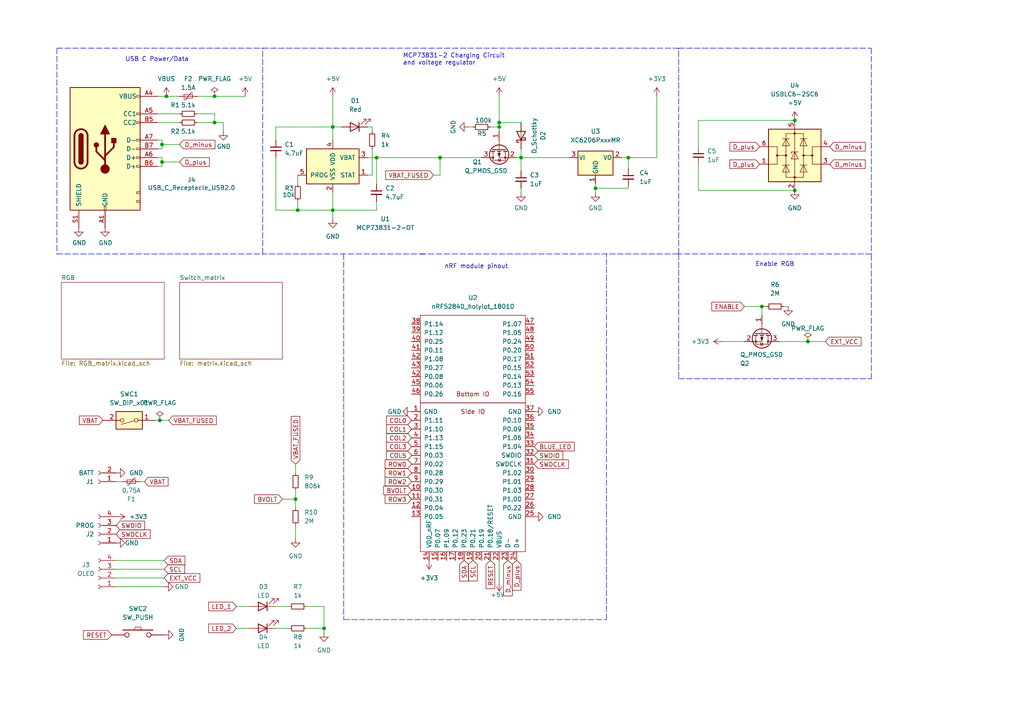
<source format=kicad_sch>
(kicad_sch (version 20211123) (generator eeschema)
  (paper "A4")
  (lib_symbols
    (symbol "Battery_Management:MCP73831-2-OT" (pin_names (offset 1.016))
      (property "Reference" "U" (at -7.62 6.35 0))
      (property "Value" "MCP73831-2-OT" (at 1.27 6.35 0))
      (symbol "MCP73831-2-OT_0_1"
        (rectangle (start -7.62 5.08) (end 7.62 -5.08) (stroke (width 0.254)) (fill (type background)))
      )
      (symbol "MCP73831-2-OT_1_1"
        (pin output line (at 10.16 -2.54 180) (length 2.54) (name "STAT") (number "1"))
        (pin power_in line (at 0 -7.62 90) (length 2.54) (name "VSS") (number "2"))
        (pin power_out line (at 10.16 2.54 180) (length 2.54) (name "VBAT") (number "3"))
        (pin power_in line (at 0 7.62 270) (length 2.54) (name "VDD") (number "4"))
        (pin input line (at -10.16 -2.54 0) (length 2.54) (name "PROG") (number "5"))
      )
    )
    (symbol "Connector:Conn_01x02_Female" (pin_names (offset 1.016) hide)
      (property "Reference" "J" (at 0 2.54 0))
      (property "Value" "Conn_01x02_Female" (at 0 -5.08 0))
      (symbol "Conn_01x02_Female_1_1"
        (arc (start 0 -2.032) (mid -0.508 -2.54) (end 0 -3.048) (stroke (width 0.1524)))
        (polyline (pts (xy -1.27 -2.54) (xy -0.508 -2.54)) (stroke (width 0.1524)))
        (polyline (pts (xy -1.27 0) (xy -0.508 0)) (stroke (width 0.1524)))
        (arc (start 0 0.508) (mid -0.508 0) (end 0 -0.508) (stroke (width 0.1524)))
        (pin passive line (at -5.08 0 0) (length 3.81) (name "Pin_1") (number "1"))
        (pin passive line (at -5.08 -2.54 0) (length 3.81) (name "Pin_2") (number "2"))
      )
    )
    (symbol "Connector:Conn_01x04_Female" (pin_names (offset 1.016) hide)
      (property "Reference" "J" (at 0 5.08 0))
      (property "Value" "Conn_01x04_Female" (at 0 -7.62 0))
      (symbol "Conn_01x04_Female_1_1"
        (arc (start 0 -4.572) (mid -0.508 -5.08) (end 0 -5.588) (stroke (width 0.1524)))
        (arc (start 0 -2.032) (mid -0.508 -2.54) (end 0 -3.048) (stroke (width 0.1524)))
        (polyline (pts (xy -1.27 -5.08) (xy -0.508 -5.08)) (stroke (width 0.1524)))
        (polyline (pts (xy -1.27 -2.54) (xy -0.508 -2.54)) (stroke (width 0.1524)))
        (polyline (pts (xy -1.27 0) (xy -0.508 0)) (stroke (width 0.1524)))
        (polyline (pts (xy -1.27 2.54) (xy -0.508 2.54)) (stroke (width 0.1524)))
        (arc (start 0 0.508) (mid -0.508 0) (end 0 -0.508) (stroke (width 0.1524)))
        (arc (start 0 3.048) (mid -0.508 2.54) (end 0 2.032) (stroke (width 0.1524)))
        (pin passive line (at -5.08 2.54 0) (length 3.81) (name "Pin_1") (number "1"))
        (pin passive line (at -5.08 0 0) (length 3.81) (name "Pin_2") (number "2"))
        (pin passive line (at -5.08 -2.54 0) (length 3.81) (name "Pin_3") (number "3"))
        (pin passive line (at -5.08 -5.08 0) (length 3.81) (name "Pin_4") (number "4"))
      )
    )
    (symbol "Device:C_Small" (pin_numbers hide) (pin_names (offset 0.254) hide)
      (property "Reference" "C" (at 0.254 1.778 0))
      (property "Value" "C_Small" (at 0.254 -2.032 0))
      (symbol "C_Small_0_1"
        (polyline (pts (xy -1.524 -0.508) (xy 1.524 -0.508)) (stroke (width 0.3302)))
        (polyline (pts (xy -1.524 0.508) (xy 1.524 0.508)) (stroke (width 0.3048)))
      )
      (symbol "C_Small_1_1"
        (pin passive line (at 0 2.54 270) (length 2.032) (name "~") (number "1"))
        (pin passive line (at 0 -2.54 90) (length 2.032) (name "~") (number "2"))
      )
    )
    (symbol "Device:D_Schottky" (pin_numbers hide) (pin_names (offset 1.016) hide)
      (property "Reference" "D" (at 0 2.54 0))
      (property "Value" "D_Schottky" (at 0 -2.54 0))
      (symbol "D_Schottky_0_1"
        (polyline (pts (xy 1.27 0) (xy -1.27 0)))
        (polyline (pts (xy 1.27 1.27) (xy 1.27 -1.27) (xy -1.27 0) (xy 1.27 1.27)) (stroke (width 0.254)))
        (polyline (pts (xy -1.905 0.635) (xy -1.905 1.27) (xy -1.27 1.27) (xy -1.27 -1.27) (xy -0.635 -1.27) (xy -0.635 -0.635)) (stroke (width 0.254)))
      )
      (symbol "D_Schottky_1_1"
        (pin passive line (at -3.81 0 0) (length 2.54) (name "K") (number "1"))
        (pin passive line (at 3.81 0 180) (length 2.54) (name "A") (number "2"))
      )
    )
    (symbol "Device:LED" (pin_numbers hide) (pin_names (offset 1.016) hide)
      (property "Reference" "D" (at 0 2.54 0))
      (property "Value" "LED" (at 0 -2.54 0))
      (symbol "LED_0_1"
        (polyline (pts (xy -1.27 -1.27) (xy -1.27 1.27)) (stroke (width 0.254)))
        (polyline (pts (xy -1.27 0) (xy 1.27 0)))
        (polyline (pts (xy 1.27 -1.27) (xy 1.27 1.27) (xy -1.27 0) (xy 1.27 -1.27)) (stroke (width 0.254)))
        (polyline (pts (xy -3.048 -0.762) (xy -4.572 -2.286) (xy -3.81 -2.286) (xy -4.572 -2.286) (xy -4.572 -1.524)))
        (polyline (pts (xy -1.778 -0.762) (xy -3.302 -2.286) (xy -2.54 -2.286) (xy -3.302 -2.286) (xy -3.302 -1.524)))
      )
      (symbol "LED_1_1"
        (pin passive line (at -3.81 0 0) (length 2.54) (name "K") (number "1"))
        (pin passive line (at 3.81 0 180) (length 2.54) (name "A") (number "2"))
      )
    )
    (symbol "Device:Polyfuse_Small" (pin_numbers hide) (pin_names (offset 0))
      (property "Reference" "F" (at -1.905 0 90))
      (property "Value" "Polyfuse_Small" (at 1.905 0 90))
      (symbol "Polyfuse_Small_0_1"
        (rectangle (start -0.508 1.27) (end 0.508 -1.27))
        (polyline (pts (xy 0 2.54) (xy 0 -2.54)))
        (polyline (pts (xy -1.016 1.27) (xy -1.016 0.762) (xy 1.016 -0.762) (xy 1.016 -1.27)))
      )
      (symbol "Polyfuse_Small_1_1"
        (pin passive line (at 0 2.54 270) (length 0.635) (name "~") (number "1"))
        (pin passive line (at 0 -2.54 90) (length 0.635) (name "~") (number "2"))
      )
    )
    (symbol "Device:Q_PMOS_GSD" (pin_names (offset 0) hide)
      (property "Reference" "Q" (at 5.08 1.27 0))
      (property "Value" "Q_PMOS_GSD" (at 5.08 -1.27 0))
      (symbol "Q_PMOS_GSD_0_1"
        (polyline (pts (xy 0.254 0) (xy -2.54 0)))
        (polyline (pts (xy 0.254 1.905) (xy 0.254 -1.905)) (stroke (width 0.254)))
        (polyline (pts (xy 0.762 -1.27) (xy 0.762 -2.286)) (stroke (width 0.254)))
        (polyline (pts (xy 0.762 0.508) (xy 0.762 -0.508)) (stroke (width 0.254)))
        (polyline (pts (xy 0.762 2.286) (xy 0.762 1.27)) (stroke (width 0.254)))
        (polyline (pts (xy 2.54 2.54) (xy 2.54 1.778)))
        (polyline (pts (xy 2.54 -2.54) (xy 2.54 0) (xy 0.762 0)))
        (polyline (pts (xy 0.762 1.778) (xy 3.302 1.778) (xy 3.302 -1.778) (xy 0.762 -1.778)))
        (polyline (pts (xy 2.286 0) (xy 1.27 0.381) (xy 1.27 -0.381) (xy 2.286 0)) (fill (type outline)))
        (polyline (pts (xy 2.794 -0.508) (xy 2.921 -0.381) (xy 3.683 -0.381) (xy 3.81 -0.254)))
        (polyline (pts (xy 3.302 -0.381) (xy 2.921 0.254) (xy 3.683 0.254) (xy 3.302 -0.381)))
        (circle (center 1.651 0) (radius 2.794) (stroke (width 0.254)))
        (circle (center 2.54 -1.778) (radius 0.254) (fill (type outline)))
        (circle (center 2.54 1.778) (radius 0.254) (fill (type outline)))
      )
      (symbol "Q_PMOS_GSD_1_1"
        (pin input line (at -5.08 0 0) (length 2.54) (name "G") (number "1"))
        (pin passive line (at 2.54 -5.08 90) (length 2.54) (name "S") (number "2"))
        (pin passive line (at 2.54 5.08 270) (length 2.54) (name "D") (number "3"))
      )
    )
    (symbol "Device:R_Small" (pin_numbers hide) (pin_names (offset 0.254) hide)
      (property "Reference" "R" (at 0.762 0.508 0))
      (property "Value" "R_Small" (at 0.762 -1.016 0))
      (symbol "R_Small_0_1"
        (rectangle (start -0.762 1.778) (end 0.762 -1.778) (stroke (width 0.2032)))
      )
      (symbol "R_Small_1_1"
        (pin passive line (at 0 2.54 270) (length 0.762) (name "~") (number "1"))
        (pin passive line (at 0 -2.54 90) (length 0.762) (name "~") (number "2"))
      )
    )
    (symbol "Power_Protection:USBLC6-2SC6" (pin_names hide)
      (property "Reference" "U" (at 2.54 8.89 0))
      (property "Value" "USBLC6-2SC6" (at 2.54 -8.89 0))
      (symbol "USBLC6-2SC6_0_1"
        (rectangle (start -7.62 -7.62) (end 7.62 7.62) (stroke (width 0.254)) (fill (type background)))
        (circle (center -5.08 0) (radius 0.254) (fill (type outline)))
        (circle (center -2.54 0) (radius 0.254) (fill (type outline)))
        (rectangle (start -2.54 6.35) (end 2.54 -6.35))
        (circle (center 0 -6.35) (radius 0.254) (fill (type outline)))
        (polyline (pts (xy -5.08 -2.54) (xy -7.62 -2.54)))
        (polyline (pts (xy -5.08 0) (xy -5.08 -2.54)))
        (polyline (pts (xy -5.08 2.54) (xy -7.62 2.54)))
        (polyline (pts (xy -1.524 -2.794) (xy -3.556 -2.794)))
        (polyline (pts (xy -1.524 4.826) (xy -3.556 4.826)))
        (polyline (pts (xy 0 -7.62) (xy 0 -6.35)))
        (polyline (pts (xy 0 -6.35) (xy 0 1.27)))
        (polyline (pts (xy 0 1.27) (xy 0 6.35)))
        (polyline (pts (xy 0 6.35) (xy 0 7.62)))
        (polyline (pts (xy 1.524 -2.794) (xy 3.556 -2.794)))
        (polyline (pts (xy 1.524 4.826) (xy 3.556 4.826)))
        (polyline (pts (xy 5.08 -2.54) (xy 7.62 -2.54)))
        (polyline (pts (xy 5.08 0) (xy 5.08 -2.54)))
        (polyline (pts (xy 5.08 2.54) (xy 7.62 2.54)))
        (polyline (pts (xy -2.54 0) (xy -5.08 0) (xy -5.08 2.54)))
        (polyline (pts (xy 2.54 0) (xy 5.08 0) (xy 5.08 2.54)))
        (polyline (pts (xy -3.556 -4.826) (xy -1.524 -4.826) (xy -2.54 -2.794) (xy -3.556 -4.826)))
        (polyline (pts (xy -3.556 2.794) (xy -1.524 2.794) (xy -2.54 4.826) (xy -3.556 2.794)))
        (polyline (pts (xy -1.016 -1.016) (xy 1.016 -1.016) (xy 0 1.016) (xy -1.016 -1.016)))
        (polyline (pts (xy 1.016 1.016) (xy 0.762 1.016) (xy -1.016 1.016) (xy -1.016 0.508)))
        (polyline (pts (xy 3.556 -4.826) (xy 1.524 -4.826) (xy 2.54 -2.794) (xy 3.556 -4.826)))
        (polyline (pts (xy 3.556 2.794) (xy 1.524 2.794) (xy 2.54 4.826) (xy 3.556 2.794)))
        (circle (center 0 6.35) (radius 0.254) (fill (type outline)))
        (circle (center 2.54 0) (radius 0.254) (fill (type outline)))
        (circle (center 5.08 0) (radius 0.254) (fill (type outline)))
      )
      (symbol "USBLC6-2SC6_1_1"
        (pin passive line (at -10.16 -2.54 0) (length 2.54) (name "I/O1") (number "1"))
        (pin passive line (at 0 -10.16 90) (length 2.54) (name "GND") (number "2"))
        (pin passive line (at 10.16 -2.54 180) (length 2.54) (name "I/O2") (number "3"))
        (pin passive line (at 10.16 2.54 180) (length 2.54) (name "I/O2") (number "4"))
        (pin passive line (at 0 10.16 270) (length 2.54) (name "VBUS") (number "5"))
        (pin passive line (at -10.16 2.54 0) (length 2.54) (name "I/O1") (number "6"))
      )
    )
    (symbol "Regulator_Linear:XC6206PxxxMR" (pin_names (offset 0.254))
      (property "Reference" "U" (at -3.81 3.175 0))
      (property "Value" "XC6206PxxxMR" (at 0 3.175 0))
      (symbol "XC6206PxxxMR_0_1"
        (rectangle (start -5.08 1.905) (end 5.08 -5.08) (stroke (width 0.254)) (fill (type background)))
      )
      (symbol "XC6206PxxxMR_1_1"
        (pin power_in line (at 0 -7.62 90) (length 2.54) (name "GND") (number "1"))
        (pin power_out line (at 7.62 0 180) (length 2.54) (name "VO") (number "2"))
        (pin power_in line (at -7.62 0 0) (length 2.54) (name "VI") (number "3"))
      )
    )
    (symbol "Switch:SW_DIP_x01" (pin_names (offset 0) hide)
      (property "Reference" "SW" (at 0 3.81 0))
      (property "Value" "SW_DIP_x01" (at 0 -3.81 0))
      (symbol "SW_DIP_x01_0_0"
        (circle (center -2.032 0) (radius 0.508))
        (polyline (pts (xy -1.524 0.127) (xy 2.3622 1.1684)))
        (circle (center 2.032 0) (radius 0.508))
      )
      (symbol "SW_DIP_x01_0_1"
        (rectangle (start -3.81 2.54) (end 3.81 -2.54) (stroke (width 0.254)) (fill (type background)))
      )
      (symbol "SW_DIP_x01_1_1"
        (pin passive line (at -7.62 0 0) (length 5.08) (name "~") (number "1"))
        (pin passive line (at 7.62 0 180) (length 5.08) (name "~") (number "2"))
      )
    )
    (symbol "keyboard_parts:SW_PUSH" (pin_numbers hide) (pin_names (offset 1.016) hide)
      (property "Reference" "SW" (at 3.81 2.794 0))
      (property "Value" "SW_PUSH" (at 0 -2.032 0))
      (symbol "SW_PUSH_0_1"
        (rectangle (start -4.318 1.27) (end 4.318 1.524))
        (polyline (pts (xy -1.016 1.524) (xy -0.762 2.286) (xy 0.762 2.286) (xy 1.016 1.524)))
        (pin passive inverted (at -7.62 0 0) (length 5.08) (name "1") (number "1"))
        (pin passive inverted (at 7.62 0 180) (length 5.08) (name "2") (number "2"))
      )
    )
    (symbol "kicad-keyboard-parts:nRF52840_holyiot_18010" (pin_names (offset 1.016))
      (property "Reference" "U" (at -2.54 39.37 0))
      (property "Value" "nRF52840_holyiot_18010" (at 0 36.83 0))
      (symbol "nRF52840_holyiot_18010_0_0"
        (rectangle (start -15.24 8.89) (end 15.24 -34.29))
        (rectangle (start -15.24 8.89) (end 15.24 34.29))
        (text "Bottom IO" (at 0 11.43 0) (effects (font (size 1.27 1.27))))
        (text "Side IO" (at 0 6.35 0) (effects (font (size 1.27 1.27))))
      )
      (symbol "nRF52840_holyiot_18010_1_1"
        (pin power_in line (at -17.78 6.35 0) (length 2.54) (name "GND") (number "1"))
        (pin bidirectional line (at -17.78 -16.51 0) (length 2.54) (name "P0.30") (number "10"))
        (pin bidirectional line (at -17.78 -19.05 0) (length 2.54) (name "P0.31") (number "11"))
        (pin bidirectional line (at -17.78 -21.59 0) (length 2.54) (name "P0.04") (number "12"))
        (pin bidirectional line (at -17.78 -24.13 0) (length 2.54) (name "P0.05") (number "13"))
        (pin power_in line (at -12.7 -36.83 90) (length 2.54) (name "VDD_nRF") (number "14"))
        (pin bidirectional line (at -10.16 -36.83 90) (length 2.54) (name "P0.07") (number "15"))
        (pin bidirectional line (at -7.62 -36.83 90) (length 2.54) (name "P1.09") (number "16"))
        (pin bidirectional line (at -5.08 -36.83 90) (length 2.54) (name "P0.12") (number "17"))
        (pin bidirectional line (at -2.54 -36.83 90) (length 2.54) (name "P0.23") (number "18"))
        (pin bidirectional line (at 0 -36.83 90) (length 2.54) (name "P0.21") (number "19"))
        (pin bidirectional line (at -17.78 3.81 0) (length 2.54) (name "P1.11") (number "2"))
        (pin bidirectional line (at 2.54 -36.83 90) (length 2.54) (name "P0.19") (number "20"))
        (pin input line (at 5.08 -36.83 90) (length 2.54) (name "P0.18/RESET") (number "21"))
        (pin power_in line (at 7.62 -36.83 90) (length 2.54) (name "VBUS") (number "22"))
        (pin bidirectional line (at 10.16 -36.83 90) (length 2.54) (name "D-") (number "23"))
        (pin bidirectional line (at 12.7 -36.83 90) (length 2.54) (name "D+") (number "24"))
        (pin power_in line (at 17.78 -24.13 180) (length 2.54) (name "GND") (number "25"))
        (pin bidirectional line (at 17.78 -21.59 180) (length 2.54) (name "P0.22") (number "26"))
        (pin bidirectional line (at 17.78 -19.05 180) (length 2.54) (name "P1.00") (number "27"))
        (pin bidirectional line (at 17.78 -16.51 180) (length 2.54) (name "P1.03") (number "28"))
        (pin bidirectional line (at 17.78 -13.97 180) (length 2.54) (name "P1.01") (number "29"))
        (pin bidirectional line (at -17.78 1.27 0) (length 2.54) (name "P1.10") (number "3"))
        (pin bidirectional line (at 17.78 -11.43 180) (length 2.54) (name "P1.02") (number "30"))
        (pin bidirectional line (at 17.78 -8.89 180) (length 2.54) (name "SWDCLK") (number "31"))
        (pin bidirectional line (at 17.78 -6.35 180) (length 2.54) (name "SWDIO") (number "32"))
        (pin bidirectional line (at 17.78 -3.81 180) (length 2.54) (name "P1.04") (number "33"))
        (pin bidirectional line (at 17.78 -1.27 180) (length 2.54) (name "P1.06") (number "34"))
        (pin bidirectional line (at 17.78 1.27 180) (length 2.54) (name "P0.09") (number "35"))
        (pin bidirectional line (at 17.78 3.81 180) (length 2.54) (name "P0.10") (number "36"))
        (pin power_in line (at 17.78 6.35 180) (length 2.54) (name "GND") (number "37"))
        (pin bidirectional line (at -17.78 31.75 0) (length 2.54) (name "P1.14") (number "38"))
        (pin bidirectional line (at -17.78 29.21 0) (length 2.54) (name "P1.12") (number "39"))
        (pin bidirectional line (at -17.78 -1.27 0) (length 2.54) (name "P1.13") (number "4"))
        (pin bidirectional line (at -17.78 26.67 0) (length 2.54) (name "P0.25") (number "40"))
        (pin bidirectional line (at -17.78 24.13 0) (length 2.54) (name "P0.11") (number "41"))
        (pin bidirectional line (at -17.78 16.51 0) (length 2.54) (name "P0.08") (number "42"))
        (pin bidirectional line (at -17.78 21.59 0) (length 2.54) (name "P1.08") (number "42"))
        (pin bidirectional line (at -17.78 19.05 0) (length 2.54) (name "P0.27") (number "43"))
        (pin bidirectional line (at -17.78 13.97 0) (length 2.54) (name "P0.06") (number "45"))
        (pin bidirectional line (at -17.78 11.43 0) (length 2.54) (name "P0.26") (number "46"))
        (pin bidirectional line (at 17.78 31.75 180) (length 2.54) (name "P1.07") (number "47"))
        (pin bidirectional line (at 17.78 29.21 180) (length 2.54) (name "P1.05") (number "48"))
        (pin bidirectional line (at 17.78 26.67 180) (length 2.54) (name "P0.24") (number "49"))
        (pin bidirectional line (at -17.78 -3.81 0) (length 2.54) (name "P1.15") (number "5"))
        (pin bidirectional line (at 17.78 24.13 180) (length 2.54) (name "P0.20") (number "50"))
        (pin bidirectional line (at 17.78 21.59 180) (length 2.54) (name "P0.17") (number "51"))
        (pin bidirectional line (at 17.78 19.05 180) (length 2.54) (name "P0.15") (number "52"))
        (pin bidirectional line (at 17.78 16.51 180) (length 2.54) (name "P0.14") (number "53"))
        (pin bidirectional line (at 17.78 13.97 180) (length 2.54) (name "P0.13") (number "54"))
        (pin bidirectional line (at 17.78 11.43 180) (length 2.54) (name "P0.16") (number "55"))
        (pin bidirectional line (at -17.78 -6.35 0) (length 2.54) (name "P0.03") (number "6"))
        (pin bidirectional line (at -17.78 -8.89 0) (length 2.54) (name "P0.02") (number "7"))
        (pin bidirectional line (at -17.78 -11.43 0) (length 2.54) (name "P0.28") (number "8"))
        (pin bidirectional line (at -17.78 -13.97 0) (length 2.54) (name "P0.29") (number "9"))
      )
    )
    (symbol "nightwing-rescue:GND-power-monarch-rescue-butterfly-rescue" (power) (pin_names (offset 0))
      (property "Value" "GND-power-monarch-rescue-butterfly-rescue" (at 0 -3.81 0))
      (symbol "GND-power-monarch-rescue-butterfly-rescue_0_1"
        (polyline (pts (xy 0 0) (xy 0 -1.27) (xy 1.27 -1.27) (xy 0 -2.54) (xy -1.27 -1.27) (xy 0 -1.27)))
      )
      (symbol "GND-power-monarch-rescue-butterfly-rescue_1_1"
        (pin power_in line (at 0 0 270) (length 0) hide (name "GND") (number "1"))
      )
    )
    (symbol "nightwing-rescue:HRO-TYPE-C-31-M-12-HandSoldering-NoSBU-reversible-kicad-symbols" (pin_names (offset 1.016))
      (property "Reference" "J" (at -10.16 19.05 0))
      (property "Value" "HRO-TYPE-C-31-M-12-HandSoldering-NoSBU-reversible-kicad-symbols" (at 19.05 19.05 0))
      (symbol "HRO-TYPE-C-31-M-12-HandSoldering-NoSBU-reversible-kicad-symbols_0_0"
        (rectangle (start -0.254 -17.78) (end 0.254 -16.764))
        (rectangle (start 10.16 -14.986) (end 9.144 -15.494))
        (rectangle (start 10.16 -12.446) (end 9.144 -12.954))
        (rectangle (start 10.16 -4.826) (end 9.144 -5.334))
        (rectangle (start 10.16 -2.286) (end 9.144 -2.794))
        (rectangle (start 10.16 0.254) (end 9.144 -0.254))
        (rectangle (start 10.16 2.794) (end 9.144 2.286))
        (rectangle (start 10.16 7.874) (end 9.144 7.366))
        (rectangle (start 10.16 10.414) (end 9.144 9.906))
        (rectangle (start 10.16 15.494) (end 9.144 14.986))
      )
      (symbol "HRO-TYPE-C-31-M-12-HandSoldering-NoSBU-reversible-kicad-symbols_0_1"
        (rectangle (start -10.16 17.78) (end 10.16 -17.78) (stroke (width 0.254)) (fill (type background)))
        (arc (start -8.89 -3.81) (mid -6.985 -5.715) (end -5.08 -3.81) (stroke (width 0.508)))
        (arc (start -7.62 -3.81) (mid -6.985 -4.445) (end -6.35 -3.81) (stroke (width 0.254)))
        (arc (start -7.62 -3.81) (mid -6.985 -4.445) (end -6.35 -3.81) (stroke (width 0.254)) (fill (type outline)))
        (rectangle (start -7.62 -3.81) (end -6.35 3.81) (stroke (width 0.254)) (fill (type outline)))
        (arc (start -6.35 3.81) (mid -6.985 4.445) (end -7.62 3.81) (stroke (width 0.254)))
        (arc (start -6.35 3.81) (mid -6.985 4.445) (end -7.62 3.81) (stroke (width 0.254)) (fill (type outline)))
        (arc (start -5.08 3.81) (mid -6.985 5.715) (end -8.89 3.81) (stroke (width 0.508)))
        (circle (center -2.54 1.143) (radius 0.635) (stroke (width 0.254)) (fill (type outline)))
        (circle (center 0 -5.842) (radius 1.27) (fill (type outline)))
        (polyline (pts (xy -8.89 -3.81) (xy -8.89 3.81)) (stroke (width 0.508)))
        (polyline (pts (xy -5.08 3.81) (xy -5.08 -3.81)) (stroke (width 0.508)))
        (polyline (pts (xy 0 -5.842) (xy 0 4.318)) (stroke (width 0.508)))
        (polyline (pts (xy 0 -3.302) (xy -2.54 -0.762) (xy -2.54 0.508)) (stroke (width 0.508)))
        (polyline (pts (xy 0 -2.032) (xy 2.54 0.508) (xy 2.54 1.778)) (stroke (width 0.508)))
        (polyline (pts (xy -1.27 4.318) (xy 0 6.858) (xy 1.27 4.318) (xy -1.27 4.318)) (stroke (width 0.254)) (fill (type outline)))
        (rectangle (start 1.905 1.778) (end 3.175 3.048) (stroke (width 0.254)) (fill (type outline)))
      )
      (symbol "HRO-TYPE-C-31-M-12-HandSoldering-NoSBU-reversible-kicad-symbols_1_1"
        (pin power_in line (at 0 -22.86 90) (length 5.08) (name "GND") (number "A1"))
        (pin power_in line (at 15.24 15.24 180) (length 5.08) (name "VBUS") (number "A4"))
        (pin bidirectional line (at 15.24 10.16 180) (length 5.08) (name "CC1") (number "A5"))
        (pin bidirectional line (at 15.24 -2.54 180) (length 5.08) (name "D+") (number "A6"))
        (pin bidirectional line (at 15.24 2.54 180) (length 5.08) (name "D-") (number "A7"))
        (pin passive line (at 0 -22.86 90) (length 5.08) hide (name "GND") (number "B1"))
        (pin passive line (at 15.24 15.24 180) (length 5.08) hide (name "VBUS") (number "B4"))
        (pin bidirectional line (at 15.24 7.62 180) (length 5.08) (name "CC2") (number "B5"))
        (pin bidirectional line (at 15.24 -5.08 180) (length 5.08) (name "D+") (number "B6"))
        (pin bidirectional line (at 15.24 0 180) (length 5.08) (name "D-") (number "B7"))
        (pin passive line (at -7.62 -22.86 90) (length 5.08) (name "SHIELD") (number "S1"))
      )
    )
    (symbol "power:+3.3V" (power) (pin_names (offset 0))
      (property "Value" "+3.3V" (at 0 3.556 0))
      (symbol "+3.3V_0_1"
        (polyline (pts (xy -0.762 1.27) (xy 0 2.54)))
        (polyline (pts (xy 0 0) (xy 0 2.54)))
        (polyline (pts (xy 0 2.54) (xy 0.762 1.27)))
      )
      (symbol "+3.3V_1_1"
        (pin power_in line (at 0 0 90) (length 0) hide (name "+3V3") (number "1"))
      )
    )
    (symbol "power:+3V3" (power) (pin_names (offset 0))
      (property "Value" "+3V3" (at 0 3.556 0))
      (symbol "+3V3_0_1"
        (polyline (pts (xy -0.762 1.27) (xy 0 2.54)))
        (polyline (pts (xy 0 0) (xy 0 2.54)))
        (polyline (pts (xy 0 2.54) (xy 0.762 1.27)))
      )
      (symbol "+3V3_1_1"
        (pin power_in line (at 0 0 90) (length 0) hide (name "+3V3") (number "1"))
      )
    )
    (symbol "power:+5V" (power) (pin_names (offset 0))
      (property "Value" "+5V" (at 0 3.556 0))
      (symbol "+5V_0_1"
        (polyline (pts (xy -0.762 1.27) (xy 0 2.54)))
        (polyline (pts (xy 0 0) (xy 0 2.54)))
        (polyline (pts (xy 0 2.54) (xy 0.762 1.27)))
      )
      (symbol "+5V_1_1"
        (pin power_in line (at 0 0 90) (length 0) hide (name "+5V") (number "1"))
      )
    )
    (symbol "power:GND" (power) (pin_names (offset 0))
      (property "Value" "GND" (at 0 -3.81 0))
      (symbol "GND_0_1"
        (polyline (pts (xy 0 0) (xy 0 -1.27) (xy 1.27 -1.27) (xy 0 -2.54) (xy -1.27 -1.27) (xy 0 -1.27)))
      )
      (symbol "GND_1_1"
        (pin power_in line (at 0 0 270) (length 0) hide (name "GND") (number "1"))
      )
    )
    (symbol "power:PWR_FLAG" (power) (pin_numbers hide) (pin_names (offset 0) hide)
      (property "Value" "PWR_FLAG" (at 0 3.81 0))
      (symbol "PWR_FLAG_0_0"
        (pin power_out line (at 0 0 90) (length 0) (name "pwr") (number "1"))
      )
      (symbol "PWR_FLAG_0_1"
        (polyline (pts (xy 0 0) (xy 0 1.27) (xy -1.016 1.905) (xy 0 2.54) (xy 1.016 1.905) (xy 0 1.27)))
      )
    )
    (symbol "power:VBUS" (power) (pin_names (offset 0))
      (property "Value" "VBUS" (at 0 3.81 0))
      (symbol "VBUS_0_1"
        (polyline (pts (xy -0.762 1.27) (xy 0 2.54)))
        (polyline (pts (xy 0 0) (xy 0 2.54)))
        (polyline (pts (xy 0 2.54) (xy 0.762 1.27)))
      )
      (symbol "VBUS_1_1"
        (pin power_in line (at 0 0 90) (length 0) hide (name "VBUS") (number "1"))
      )
    )
  )
  (junction (at 230.505 55.245) (diameter 0.9144))
  (junction (at 96.52 60.96) (diameter 0.9144))
  (junction (at 46.355 121.92) (diameter 0.9144))
  (junction (at 85.725 144.78) (diameter 0.9144))
  (junction (at 234.315 99.06) (diameter 0.9144))
  (junction (at 62.23 35.56) (diameter 0.9144))
  (junction (at 48.26 27.94) (diameter 0.9144))
  (junction (at 230.505 34.925) (diameter 0.9144))
  (junction (at 86.36 60.96) (diameter 0.9144))
  (junction (at 109.22 45.72) (diameter 0.9144))
  (junction (at 93.98 182.245) (diameter 0.9144))
  (junction (at 144.78 36.83) (diameter 0.9144))
  (junction (at 172.72 54.61) (diameter 0.9144))
  (junction (at 46.99 46.99) (diameter 0.9144))
  (junction (at 220.98 88.9) (diameter 0.9144))
  (junction (at 46.99 41.91) (diameter 0.9144))
  (junction (at 151.13 45.72) (diameter 0.9144))
  (junction (at 127.635 45.72) (diameter 0.9144))
  (junction (at 62.23 27.94) (diameter 0.9144))
  (junction (at 96.52 36.83) (diameter 0.9144))
  (junction (at 182.245 45.72) (diameter 0.9144))
  (junction (at 144.78 35.56) (diameter 0.9144))
  (wire (pts (xy 57.15 27.94) (xy 62.23 27.94)))
  (wire (pts (xy 45.72 27.94) (xy 48.26 27.94)))
  (wire (pts (xy 80.01 45.72) (xy 80.01 60.96)))
  (wire (pts (xy 80.01 60.96) (xy 86.36 60.96)))
  (wire (pts (xy 64.77 38.1) (xy 64.77 35.56)))
  (wire (pts (xy 46.99 43.18) (xy 45.72 43.18)))
  (wire (pts (xy 33.655 162.56) (xy 47.625 162.56)))
  (wire (pts (xy 125.73 50.8) (xy 127.635 50.8)))
  (wire (pts (xy 144.78 27.94) (xy 144.78 35.56)))
  (wire (pts (xy 144.78 35.56) (xy 144.78 36.83)))
  (wire (pts (xy 144.78 36.83) (xy 144.78 38.1)))
  (wire (pts (xy 151.13 49.53) (xy 151.13 45.72)))
  (wire (pts (xy 80.01 175.895) (xy 83.82 175.895)))
  (wire (pts (xy 96.52 60.96) (xy 96.52 63.5)))
  (wire (pts (xy 80.01 36.83) (xy 96.52 36.83)))
  (wire (pts (xy 96.52 27.94) (xy 96.52 36.83)))
  (wire (pts (xy 96.52 36.83) (xy 96.52 40.64)))
  (wire (pts (xy 62.23 33.02) (xy 62.23 35.56)))
  (wire (pts (xy 151.13 43.18) (xy 151.13 45.72)))
  (wire (pts (xy 137.16 36.83) (xy 135.89 36.83)))
  (wire (pts (xy 46.99 46.99) (xy 46.99 48.26)))
  (polyline (pts (xy 196.85 73.66) (xy 196.85 109.855)) (stroke (width 0) (type dash)))
  (polyline (pts (xy 196.85 109.855) (xy 252.73 109.855)) (stroke (width 0) (type dash)))
  (polyline (pts (xy 252.73 109.855) (xy 252.73 73.66)) (stroke (width 0) (type dash)))
  (wire (pts (xy 35.56 139.7) (xy 33.655 139.7)))
  (wire (pts (xy 85.725 134.62) (xy 85.725 137.16)))
  (wire (pts (xy 106.68 45.72) (xy 109.22 45.72)))
  (wire (pts (xy 45.72 35.56) (xy 52.07 35.56)))
  (wire (pts (xy 33.655 170.18) (xy 47.625 170.18)))
  (wire (pts (xy 182.245 45.72) (xy 182.245 48.895)))
  (wire (pts (xy 109.22 45.72) (xy 109.22 53.34)))
  (wire (pts (xy 239.395 99.06) (xy 234.315 99.06)))
  (wire (pts (xy 209.55 99.06) (xy 215.9 99.06)))
  (wire (pts (xy 46.99 40.64) (xy 46.99 41.91)))
  (wire (pts (xy 106.68 36.83) (xy 107.95 36.83)))
  (wire (pts (xy 107.95 36.83) (xy 107.95 38.1)))
  (wire (pts (xy 68.58 182.245) (xy 72.39 182.245)))
  (wire (pts (xy 215.9 88.9) (xy 220.98 88.9)))
  (wire (pts (xy 46.99 41.91) (xy 46.99 43.18)))
  (wire (pts (xy 80.01 182.245) (xy 83.82 182.245)))
  (wire (pts (xy 142.24 36.83) (xy 144.78 36.83)))
  (wire (pts (xy 96.52 55.88) (xy 96.52 60.96)))
  (wire (pts (xy 202.565 34.925) (xy 230.505 34.925)))
  (wire (pts (xy 202.565 42.545) (xy 202.565 34.925)))
  (wire (pts (xy 151.13 54.61) (xy 151.13 55.88)))
  (wire (pts (xy 46.99 45.72) (xy 46.99 46.99)))
  (polyline (pts (xy 99.695 73.66) (xy 99.695 179.705)) (stroke (width 0) (type dash)))
  (polyline (pts (xy 99.695 179.705) (xy 175.895 179.705)) (stroke (width 0) (type dash)))
  (polyline (pts (xy 175.895 179.705) (xy 175.895 73.66)) (stroke (width 0) (type dash)))
  (polyline (pts (xy 16.51 13.97) (xy 16.51 73.66)) (stroke (width 0) (type dash)))
  (polyline (pts (xy 16.51 13.97) (xy 76.2 13.97)) (stroke (width 0) (type dash)))
  (polyline (pts (xy 16.51 73.66) (xy 76.2 73.66)) (stroke (width 0) (type dash)))
  (polyline (pts (xy 76.2 73.66) (xy 76.2 13.97)) (stroke (width 0) (type dash)))
  (wire (pts (xy 226.06 99.06) (xy 234.315 99.06)))
  (wire (pts (xy 151.13 35.56) (xy 144.78 35.56)))
  (wire (pts (xy 86.36 50.8) (xy 86.36 53.34)))
  (wire (pts (xy 85.725 152.4) (xy 85.725 156.21)))
  (wire (pts (xy 86.36 60.96) (xy 96.52 60.96)))
  (wire (pts (xy 62.23 27.94) (xy 71.12 27.94)))
  (wire (pts (xy 57.15 35.56) (xy 62.23 35.56)))
  (wire (pts (xy 182.245 45.72) (xy 180.34 45.72)))
  (wire (pts (xy 190.5 45.72) (xy 182.245 45.72)))
  (wire (pts (xy 45.72 48.26) (xy 46.99 48.26)))
  (wire (pts (xy 46.99 41.91) (xy 52.07 41.91)))
  (wire (pts (xy 220.98 91.44) (xy 220.98 88.9)))
  (wire (pts (xy 45.72 45.72) (xy 46.99 45.72)))
  (wire (pts (xy 46.99 46.99) (xy 52.07 46.99)))
  (wire (pts (xy 88.9 182.245) (xy 93.98 182.245)))
  (wire (pts (xy 93.98 175.895) (xy 93.98 182.245)))
  (wire (pts (xy 88.9 175.895) (xy 93.98 175.895)))
  (wire (pts (xy 228.6 88.9) (xy 227.33 88.9)))
  (wire (pts (xy 127.635 50.8) (xy 127.635 45.72)))
  (wire (pts (xy 109.22 58.42) (xy 109.22 60.96)))
  (wire (pts (xy 109.22 60.96) (xy 96.52 60.96)))
  (polyline (pts (xy 76.2 13.97) (xy 123.19 13.97)) (stroke (width 0) (type dash)))
  (polyline (pts (xy 123.19 73.66) (xy 76.2 73.66)) (stroke (width 0) (type dash)))
  (wire (pts (xy 48.26 27.94) (xy 52.07 27.94)))
  (wire (pts (xy 107.95 43.18) (xy 107.95 50.8)))
  (wire (pts (xy 107.95 50.8) (xy 106.68 50.8)))
  (wire (pts (xy 202.565 47.625) (xy 202.565 55.245)))
  (wire (pts (xy 202.565 55.245) (xy 230.505 55.245)))
  (wire (pts (xy 85.725 144.78) (xy 85.725 147.32)))
  (wire (pts (xy 85.725 142.24) (xy 85.725 144.78)))
  (wire (pts (xy 85.725 144.78) (xy 81.915 144.78)))
  (wire (pts (xy 172.72 53.34) (xy 172.72 54.61)))
  (wire (pts (xy 172.72 54.61) (xy 172.72 55.88)))
  (polyline (pts (xy 196.85 13.97) (xy 252.73 13.97)) (stroke (width 0) (type dash)))
  (polyline (pts (xy 252.73 13.97) (xy 252.73 73.66)) (stroke (width 0) (type dash)))
  (polyline (pts (xy 252.73 73.66) (xy 196.85 73.66)) (stroke (width 0) (type dash)))
  (wire (pts (xy 33.655 167.64) (xy 47.625 167.64)))
  (wire (pts (xy 62.23 35.56) (xy 64.77 35.56)))
  (wire (pts (xy 93.98 182.245) (xy 93.98 183.515)))
  (wire (pts (xy 68.58 175.895) (xy 72.39 175.895)))
  (wire (pts (xy 45.72 40.64) (xy 46.99 40.64)))
  (polyline (pts (xy 121.92 73.66) (xy 196.85 73.66)) (stroke (width 0) (type dash)))
  (polyline (pts (xy 196.85 13.97) (xy 123.19 13.97)) (stroke (width 0) (type dash)))
  (polyline (pts (xy 196.85 73.66) (xy 196.85 13.97)) (stroke (width 0) (type dash)))
  (wire (pts (xy 80.01 36.83) (xy 80.01 40.64)))
  (wire (pts (xy 57.15 33.02) (xy 62.23 33.02)))
  (wire (pts (xy 109.22 45.72) (xy 127.635 45.72)))
  (wire (pts (xy 127.635 45.72) (xy 139.7 45.72)))
  (wire (pts (xy 182.245 53.975) (xy 182.245 54.61)))
  (wire (pts (xy 182.245 54.61) (xy 172.72 54.61)))
  (wire (pts (xy 190.5 27.94) (xy 190.5 45.72)))
  (wire (pts (xy 45.72 33.02) (xy 52.07 33.02)))
  (wire (pts (xy 33.655 165.1) (xy 47.625 165.1)))
  (wire (pts (xy 149.86 45.72) (xy 151.13 45.72)))
  (wire (pts (xy 151.13 45.72) (xy 165.1 45.72)))
  (wire (pts (xy 144.78 162.56) (xy 144.78 168.91)))
  (wire (pts (xy 222.25 88.9) (xy 220.98 88.9)))
  (wire (pts (xy 96.52 36.83) (xy 99.06 36.83)))
  (wire (pts (xy 86.36 58.42) (xy 86.36 60.96)))
  (wire (pts (xy 40.64 139.7) (xy 41.91 139.7)))
  (wire (pts (xy 45.085 121.92) (xy 46.355 121.92)))
  (wire (pts (xy 46.355 121.92) (xy 48.895 121.92)))
  (text "Enable RGB\n" (at 219.075 77.47 0) (effects (font (size 1.27 1.27)) (justify left bottom)))
  (text "MCP73831-2 Charging Circuit\nand voltage regulator\n" (at 116.84 19.05 0) (effects (font (size 1.27 1.27)) (justify left bottom)))
  (text "USB C Power/Data" (at 36.322 18.034 0) (effects (font (size 1.27 1.27)) (justify left bottom)))
  (text "nRF module pinout\n" (at 128.905 78.105 0) (effects (font (size 1.27 1.27)) (justify left bottom)))
  (global_label "SDA" (shape input) (at 47.625 162.56 0) (property "Intersheet References" "${INTERSHEET_REFS}" (effects hide)))
  (global_label "VBAT_FUSED" (shape input) (at 125.73 50.8 180) (property "Intersheet References" "${INTERSHEET_REFS}" (effects hide)))
  (global_label "D_minus" (shape input) (at 52.07 41.91 0) (property "Intersheet References" "${INTERSHEET_REFS}" (effects hide)))
  (global_label "COL5" (shape input) (at 119.38 132.08 180) (property "Intersheet References" "${INTERSHEET_REFS}" (effects hide)))
  (global_label "D_plus" (shape input) (at 52.07 46.99 0) (property "Intersheet References" "${INTERSHEET_REFS}" (effects hide)))
  (global_label "ROW3" (shape input) (at 119.38 144.78 180) (property "Intersheet References" "${INTERSHEET_REFS}" (effects hide)))
  (global_label "EXT_VCC" (shape input) (at 239.395 99.06 0) (property "Intersheet References" "${INTERSHEET_REFS}" (effects hide)))
  (global_label "BVOLT" (shape input) (at 81.915 144.78 180) (property "Intersheet References" "${INTERSHEET_REFS}" (effects hide)))
  (global_label "D_plus" (shape input) (at 220.345 42.545 180) (property "Intersheet References" "${INTERSHEET_REFS}" (effects hide)))
  (global_label "D_plus" (shape input) (at 220.345 47.625 180) (property "Intersheet References" "${INTERSHEET_REFS}" (effects hide)))
  (global_label "COL3" (shape input) (at 119.38 129.54 180) (property "Intersheet References" "${INTERSHEET_REFS}" (effects hide)))
  (global_label "SCL" (shape input) (at 137.16 162.56 270) (property "Intersheet References" "${INTERSHEET_REFS}" (effects hide)))
  (global_label "RESET" (shape input) (at 142.24 162.56 270) (property "Intersheet References" "${INTERSHEET_REFS}" (effects hide)))
  (global_label "ROW1" (shape input) (at 119.38 137.16 180) (property "Intersheet References" "${INTERSHEET_REFS}" (effects hide)))
  (global_label "ENABLE" (shape input) (at 215.9 88.9 180) (property "Intersheet References" "${INTERSHEET_REFS}" (effects hide)))
  (global_label "VBAT" (shape input) (at 29.845 121.92 180) (property "Intersheet References" "${INTERSHEET_REFS}" (effects hide)))
  (global_label "VBAT_FUSED" (shape input) (at 48.895 121.92 0) (property "Intersheet References" "${INTERSHEET_REFS}" (effects hide)))
  (global_label "SWDIO" (shape input) (at 33.655 152.4 0) (property "Intersheet References" "${INTERSHEET_REFS}" (effects hide)))
  (global_label "COL1" (shape input) (at 119.38 124.46 180) (property "Intersheet References" "${INTERSHEET_REFS}" (effects hide)))
  (global_label "ROW0" (shape input) (at 119.38 134.62 180) (property "Intersheet References" "${INTERSHEET_REFS}" (effects hide)))
  (global_label "EXT_VCC" (shape input) (at 47.625 167.64 0) (property "Intersheet References" "${INTERSHEET_REFS}" (effects hide)))
  (global_label "VBAT_FUSED" (shape input) (at 85.725 134.62 90) (property "Intersheet References" "${INTERSHEET_REFS}" (effects hide)))
  (global_label "D_plus" (shape input) (at 149.86 162.56 270) (property "Intersheet References" "${INTERSHEET_REFS}" (effects hide)))
  (global_label "LED_1" (shape input) (at 68.58 175.895 180) (property "Intersheet References" "${INTERSHEET_REFS}" (effects hide)))
  (global_label "VBAT" (shape input) (at 41.91 139.7 0) (property "Intersheet References" "${INTERSHEET_REFS}" (effects hide)))
  (global_label "D_minus" (shape input) (at 240.665 42.545 0) (property "Intersheet References" "${INTERSHEET_REFS}" (effects hide)))
  (global_label "BVOLT" (shape input) (at 119.38 142.24 180) (property "Intersheet References" "${INTERSHEET_REFS}" (effects hide)))
  (global_label "D_minus" (shape input) (at 147.32 162.56 270) (property "Intersheet References" "${INTERSHEET_REFS}" (effects hide)))
  (global_label "LED_2" (shape input) (at 68.58 182.245 180) (property "Intersheet References" "${INTERSHEET_REFS}" (effects hide)))
  (global_label "SDA" (shape input) (at 134.62 162.56 270) (property "Intersheet References" "${INTERSHEET_REFS}" (effects hide)))
  (global_label "RESET" (shape input) (at 32.385 184.15 180) (property "Intersheet References" "${INTERSHEET_REFS}" (effects hide)))
  (global_label "D_minus" (shape input) (at 240.665 47.625 0) (property "Intersheet References" "${INTERSHEET_REFS}" (effects hide)))
  (global_label "BLUE_LED" (shape input) (at 154.94 129.54 0) (property "Intersheet References" "${INTERSHEET_REFS}" (effects hide)))
  (global_label "SWDCLK" (shape input) (at 33.655 154.94 0) (property "Intersheet References" "${INTERSHEET_REFS}" (effects hide)))
  (global_label "ROW2" (shape input) (at 119.38 139.7 180) (property "Intersheet References" "${INTERSHEET_REFS}" (effects hide)))
  (global_label "COL0" (shape input) (at 119.38 121.92 180) (property "Intersheet References" "${INTERSHEET_REFS}" (effects hide)))
  (global_label "COL2" (shape input) (at 119.38 127 180) (property "Intersheet References" "${INTERSHEET_REFS}" (effects hide)))
  (global_label "SWDCLK" (shape input) (at 154.94 134.62 0) (property "Intersheet References" "${INTERSHEET_REFS}" (effects hide)))
  (global_label "SCL" (shape input) (at 47.625 165.1 0) (property "Intersheet References" "${INTERSHEET_REFS}" (effects hide)))
  (global_label "SWDIO" (shape input) (at 154.94 132.08 0) (property "Intersheet References" "${INTERSHEET_REFS}" (effects hide)))
  (symbol (lib_id "power:GND") (at 96.52 63.5 0) (unit 1)
    (property "Reference" "#PWR014" (effects hide))
    (property "Value" "GND" (at 96.52 68.58 0))
  )
  (symbol (lib_id "Device:R_Small") (at 54.61 35.56 90) (unit 1)
    (property "Reference" "R2" (at 50.8 38.1 90))
    (property "Value" "5.1k" (at 54.61 38.1 90))
    (property "Footprint" "reversible-kicad-footprints:R-0805_2012Metric" (effects hide))
  )
  (symbol (lib_id "Device:C_Small") (at 202.565 45.085 0) (unit 1)
    (property "Reference" "C5" (at 205.105 43.8149 0) (effects (justify left)))
    (property "Value" "1uF" (at 205.105 46.3549 0) (effects (justify left)))
    (property "Footprint" "reversible-kicad-footprints:C-0805_2012Metric" (effects hide))
  )
  (symbol (lib_id "Device:Polyfuse_Small") (at 38.1 139.7 270) (unit 1)
    (property "Reference" "F1" (at 38.1 144.78 90))
    (property "Value" "0.75A" (at 38.1 142.24 90))
    (property "Footprint" "reversible-kicad-footprints:Fuse_1206_3216Metric" (effects hide))
  )
  (symbol (lib_id "Connector:Conn_01x02_Female") (at 28.575 139.7 180) (unit 1)
    (property "Reference" "J1" (at 27.305 139.7001 0) (effects (justify left)))
    (property "Value" "BATT" (at 27.305 137.1601 0) (effects (justify left)))
    (property "Footprint" "Connector_JST:JST_EH_B2B-EH-A_1x02_P2.50mm_Vertical" (effects hide))
  )
  (symbol (lib_id "Battery_Management:MCP73831-2-OT") (at 96.52 48.26 0) (unit 1)
    (property "Reference" "U1" (at 111.76 63.5 0))
    (property "Value" "MCP73831-2-OT" (at 111.76 66.04 0))
    (property "Footprint" "reversible-kicad-footprints:SOT-23-5" (effects hide))
    (property "Datasheet" "http://ww1.microchip.com/downloads/en/DeviceDoc/20001984g.pdf" (effects hide))
  )
  (symbol (lib_id "nightwing-rescue:HRO-TYPE-C-31-M-12-HandSoldering-NoSBU-reversible-kicad-symbols") (at 30.48 43.18 0) (unit 1)
    (property "Reference" "J4" (at 55.5498 52.1462 0))
    (property "Value" "USB_C_Receptacle_USB2.0" (at 55.5498 54.4576 0))
    (property "Footprint" "reversible-kicad-footprints:HRO-TYPE-C-31-M-12-HandSoldering-NoSBU" (effects hide))
    (property "Datasheet" "https://www.usb.org/sites/default/files/documents/usb_type-c.zip" (effects hide))
  )
  (symbol (lib_id "power:+5V") (at 144.78 168.91 180) (unit 1)
    (property "Reference" "#PWR016" (effects hide))
    (property "Value" "+5V" (at 142.24 172.5294 0) (effects (justify right)))
  )
  (symbol (lib_id "Power_Protection:USBLC6-2SC6") (at 230.505 45.085 0) (unit 1)
    (property "Reference" "U4" (at 230.505 24.765 0))
    (property "Value" "USBLC6-2SC6" (at 230.505 27.305 0))
    (property "Footprint" "reversible-kicad-footprints:SOT-23-6" (effects hide))
    (property "Datasheet" "https://www.st.com/resource/en/datasheet/usblc6-2.pdf" (effects hide))
  )
  (symbol (lib_id "Device:R_Small") (at 54.61 33.02 90) (unit 1)
    (property "Reference" "R1" (at 50.8 30.48 90))
    (property "Value" "5.1k" (at 54.61 30.48 90))
    (property "Footprint" "reversible-kicad-footprints:R-0805_2012Metric" (effects hide))
  )
  (symbol (lib_id "Device:C_Small") (at 109.22 55.88 0) (unit 1)
    (property "Reference" "C2" (at 111.76 54.6099 0) (effects (justify left)))
    (property "Value" "4.7uF" (at 111.76 57.1499 0) (effects (justify left)))
    (property "Footprint" "reversible-kicad-footprints:C-0805_2012Metric" (effects hide))
  )
  (symbol (lib_id "keyboard_parts:SW_PUSH") (at 40.005 184.15 0) (unit 1)
    (property "Reference" "SWC2" (at 40.005 176.53 0))
    (property "Value" "SW_PUSH" (at 40.005 179.07 0))
    (property "Footprint" "Button_Switch_SMD:SW_Push_1P1T_NO_6x6mm_H9.5mm" (effects hide))
  )
  (symbol (lib_id "nightwing-rescue:GND-power-monarch-rescue-butterfly-rescue") (at 22.86 66.04 0) (unit 1)
    (property "Reference" "#PWR01" (effects hide))
    (property "Value" "GND" (at 22.987 70.4342 0))
  )
  (symbol (lib_id "power:+3V3") (at 124.46 162.56 180) (unit 1)
    (property "Reference" "#PWR015" (effects hide))
    (property "Value" "+3V3" (at 124.46 167.64 0))
  )
  (symbol (lib_id "power:GND") (at 172.72 55.88 0) (unit 1)
    (property "Reference" "#PWR023" (effects hide))
    (property "Value" "GND" (at 172.72 60.325 0))
  )
  (symbol (lib_id "Switch:SW_DIP_x01") (at 37.465 121.92 180) (unit 1)
    (property "Reference" "SWC1" (at 37.465 114.3 0))
    (property "Value" "SW_DIP_x01" (at 37.465 116.84 0))
    (property "Footprint" "Button_Switch_SMD:SW_DIP_SPSTx01_Slide_6.7x4.1mm_W6.73mm_P2.54mm_LowProfile_JPin" (effects hide))
  )
  (symbol (lib_id "power:GND") (at 228.6 88.9 0) (unit 1)
    (property "Reference" "#PWR024" (effects hide))
    (property "Value" "GND" (at 228.6 93.98 0))
  )
  (symbol (lib_id "Connector:Conn_01x04_Female") (at 28.575 167.64 180) (unit 1)
    (property "Reference" "J3" (at 24.9174 163.83 0))
    (property "Value" "OLED" (at 24.9174 166.37 0))
    (property "Footprint" "OLED_SSD:SSD1306-0.91-OLED-4pin-128x32" (effects hide))
  )
  (symbol (lib_id "power:GND") (at 154.94 119.38 90) (unit 1)
    (property "Reference" "#PWR017" (effects hide))
    (property "Value" "GND" (at 158.75 119.3799 90) (effects (justify right)))
  )
  (symbol (lib_id "power:GND") (at 154.94 149.86 90) (unit 1)
    (property "Reference" "#PWR018" (effects hide))
    (property "Value" "GND" (at 158.75 149.8599 90) (effects (justify right)))
  )
  (symbol (lib_id "Device:Q_PMOS_GSD") (at 220.98 96.52 270) (unit 1)
    (property "Reference" "Q2" (at 214.63 105.4101 90) (effects (justify left)))
    (property "Value" "Q_PMOS_GSD" (at 214.63 102.8701 90) (effects (justify left)))
    (property "Footprint" "Package_TO_SOT_SMD:SOT-23" (effects hide))
  )
  (symbol (lib_id "power:+3V3") (at 190.5 27.94 0) (unit 1)
    (property "Reference" "#PWR025" (effects hide))
    (property "Value" "+3V3" (at 190.5 22.86 0))
  )
  (symbol (lib_id "power:GND") (at 93.98 183.515 0) (unit 1)
    (property "Reference" "#PWR026" (effects hide))
    (property "Value" "GND" (at 93.98 188.595 0))
  )
  (symbol (lib_id "power:GND") (at 151.13 55.88 0) (unit 1)
    (property "Reference" "#PWR020" (effects hide))
    (property "Value" "GND" (at 151.13 60.325 0))
  )
  (symbol (lib_id "Device:R_Small") (at 107.95 40.64 0) (unit 1)
    (property "Reference" "R4" (at 110.49 39.3699 0) (effects (justify left)))
    (property "Value" "1k" (at 110.49 41.9099 0) (effects (justify left)))
    (property "Footprint" "reversible-kicad-footprints:R-0805_2012Metric" (effects hide))
  )
  (symbol (lib_id "Device:C_Small") (at 182.245 51.435 0) (unit 1)
    (property "Reference" "C4" (at 185.42 50.1649 0) (effects (justify left)))
    (property "Value" "1uF" (at 185.42 52.7049 0) (effects (justify left)))
    (property "Footprint" "reversible-kicad-footprints:C-0805_2012Metric" (effects hide))
  )
  (symbol (lib_id "power:PWR_FLAG") (at 62.23 27.94 0) (unit 1)
    (property "Reference" "#FLG02" (effects hide))
    (property "Value" "PWR_FLAG" (at 62.23 22.86 0))
  )
  (symbol (lib_id "power:GND") (at 135.89 36.83 270) (unit 1)
    (property "Reference" "#PWR022" (effects hide))
    (property "Value" "GND" (at 131.445 36.83 0))
  )
  (symbol (lib_id "Connector:Conn_01x04_Female") (at 28.575 154.94 180) (unit 1)
    (property "Reference" "J2" (at 27.305 154.9401 0) (effects (justify left)))
    (property "Value" "PROG" (at 27.305 152.4001 0) (effects (justify left)))
    (property "Footprint" "Connector_PinHeader_2.54mm:PinHeader_1x04_P2.54mm_Vertical" (effects hide))
  )
  (symbol (lib_id "power:+5V") (at 71.12 27.94 0) (unit 1)
    (property "Reference" "#PWR011" (effects hide))
    (property "Value" "+5V" (at 71.12 22.86 0))
  )
  (symbol (lib_id "Device:R_Small") (at 86.36 55.88 0) (unit 1)
    (property "Reference" "R3" (at 82.55 54.6099 0) (effects (justify left)))
    (property "Value" "10k" (at 81.915 56.5149 0) (effects (justify left)))
    (property "Footprint" "reversible-kicad-footprints:R-0805_2012Metric" (effects hide))
  )
  (symbol (lib_id "Device:R_Small") (at 139.7 36.83 270) (unit 1)
    (property "Reference" "R5" (at 138.4301 38.735 90) (effects (justify left)))
    (property "Value" "100k" (at 137.7951 34.925 90) (effects (justify left)))
    (property "Footprint" "reversible-kicad-footprints:R-0805_2012Metric" (effects hide))
  )
  (symbol (lib_id "power:+5V") (at 144.78 27.94 0) (unit 1)
    (property "Reference" "#PWR019" (effects hide))
    (property "Value" "+5V" (at 144.78 22.86 0))
  )
  (symbol (lib_id "Device:C_Small") (at 80.01 43.18 0) (unit 1)
    (property "Reference" "C1" (at 82.55 41.9099 0) (effects (justify left)))
    (property "Value" "4.7uF" (at 82.55 44.4499 0) (effects (justify left)))
    (property "Footprint" "reversible-kicad-footprints:C-0805_2012Metric" (effects hide))
  )
  (symbol (lib_id "Device:C_Small") (at 151.13 52.07 0) (unit 1)
    (property "Reference" "C3" (at 153.67 50.7999 0) (effects (justify left)))
    (property "Value" "1uF" (at 153.67 53.3399 0) (effects (justify left)))
    (property "Footprint" "reversible-kicad-footprints:C-0805_2012Metric" (effects hide))
  )
  (symbol (lib_id "Device:R_Small") (at 86.36 182.245 90) (unit 1)
    (property "Reference" "R8" (at 86.36 184.785 90))
    (property "Value" "1k" (at 86.36 187.325 90))
    (property "Footprint" "reversible-kicad-footprints:R-0805_2012Metric" (effects hide))
  )
  (symbol (lib_id "Device:R_Small") (at 86.36 175.895 90) (unit 1)
    (property "Reference" "R7" (at 86.36 170.18 90))
    (property "Value" "1k" (at 86.36 172.72 90))
    (property "Footprint" "reversible-kicad-footprints:R-0805_2012Metric" (effects hide))
  )
  (symbol (lib_id "Device:LED") (at 76.2 182.245 180) (unit 1)
    (property "Reference" "D4" (at 76.3905 184.785 0))
    (property "Value" "LED" (at 76.3905 187.325 0))
    (property "Footprint" "LED_SMD:LED_0603_1608Metric_Castellated" (effects hide))
  )
  (symbol (lib_id "power:GND") (at 33.655 137.16 90) (unit 1)
    (property "Reference" "#PWR03" (effects hide))
    (property "Value" "GND" (at 37.465 137.1601 90) (effects (justify right)))
  )
  (symbol (lib_id "power:GND") (at 119.38 119.38 270) (unit 1)
    (property "Reference" "#PWR012" (effects hide))
    (property "Value" "GND" (at 112.395 119.3799 90) (effects (justify left)))
  )
  (symbol (lib_id "power:+3V3") (at 33.655 149.86 270) (unit 1)
    (property "Reference" "#PWR04" (effects hide))
    (property "Value" "+3V3" (at 37.465 149.8601 90) (effects (justify left)))
  )
  (symbol (lib_id "Regulator_Linear:XC6206PxxxMR") (at 172.72 45.72 0) (unit 1)
    (property "Reference" "U3" (at 172.72 38.1 0))
    (property "Value" "XC6206PxxxMR" (at 172.72 40.64 0))
    (property "Footprint" "Package_TO_SOT_SMD:SOT-23" (effects hide))
    (property "Datasheet" "https://www.torexsemi.com/file/xc6206/XC6206.pdf" (effects hide))
  )
  (symbol (lib_id "kicad-keyboard-parts:nRF52840_holyiot_18010") (at 137.16 125.73 0) (unit 1)
    (property "Reference" "U2" (at 137.16 86.36 0))
    (property "Value" "nRF52840_holyiot_18010" (at 137.16 88.9 0))
    (property "Footprint" "Keyboard_parts:nRF52840_holyiot_18010_HS_simple" (effects hide))
    (property "Datasheet" "http://www.holyiot.com/tp/2019042516322180424.pdf" (effects hide))
  )
  (symbol (lib_id "Device:R_Small") (at 85.725 149.86 0) (unit 1)
    (property "Reference" "R10" (at 88.265 148.5899 0) (effects (justify left)))
    (property "Value" "2M" (at 88.265 151.1299 0) (effects (justify left)))
    (property "Footprint" "reversible-kicad-footprints:R-0805_2012Metric" (effects hide))
  )
  (symbol (lib_id "power:+3.3V") (at 209.55 99.06 90) (unit 1)
    (property "Reference" "#PWR021" (effects hide))
    (property "Value" "+3.3V" (at 205.74 99.0599 90) (effects (justify left)))
  )
  (symbol (lib_id "power:GND") (at 85.725 156.21 0) (unit 1)
    (property "Reference" "#PWR027" (effects hide))
    (property "Value" "GND" (at 85.725 161.29 0))
  )
  (symbol (lib_id "power:GND") (at 230.505 55.245 0) (unit 1)
    (property "Reference" "#PWR029" (effects hide))
    (property "Value" "GND" (at 230.505 60.325 0))
  )
  (symbol (lib_id "power:GND") (at 33.655 157.48 90) (unit 1)
    (property "Reference" "#PWR05" (effects hide))
    (property "Value" "GND" (at 36.195 157.4801 90) (effects (justify right)))
  )
  (symbol (lib_id "Device:Polyfuse_Small") (at 54.61 27.94 90) (unit 1)
    (property "Reference" "F2" (at 54.61 22.86 90))
    (property "Value" "1.5A" (at 54.61 25.4 90))
    (property "Footprint" "reversible-kicad-footprints:Fuse_1206_3216Metric" (effects hide))
  )
  (symbol (lib_id "Device:D_Schottky") (at 151.13 39.37 90) (unit 1)
    (property "Reference" "D2" (at 157.48 39.37 0))
    (property "Value" "D_Schottky" (at 154.94 39.37 0))
    (property "Footprint" "Diode_SMD:D_1206_3216Metric" (effects hide))
  )
  (symbol (lib_id "power:GND") (at 47.625 184.15 90) (unit 1)
    (property "Reference" "#PWR08" (effects hide))
    (property "Value" "GND" (at 52.705 184.15 0))
  )
  (symbol (lib_id "nightwing-rescue:GND-power-monarch-rescue-butterfly-rescue") (at 47.625 170.18 90) (unit 1)
    (property "Reference" "#PWR07" (effects hide))
    (property "Value" "GND" (at 52.705 170.18 90))
  )
  (symbol (lib_id "Device:R_Small") (at 224.79 88.9 90) (unit 1)
    (property "Reference" "R6" (at 224.79 82.55 90))
    (property "Value" "2M" (at 224.79 85.09 90))
    (property "Footprint" "reversible-kicad-footprints:R-0805_2012Metric" (effects hide))
  )
  (symbol (lib_id "power:+5V") (at 96.52 27.94 0) (unit 1)
    (property "Reference" "#PWR013" (effects hide))
    (property "Value" "+5V" (at 96.52 22.86 0))
  )
  (symbol (lib_id "Device:LED") (at 76.2 175.895 180) (unit 1)
    (property "Reference" "D3" (at 76.3905 170.18 0))
    (property "Value" "LED" (at 76.3905 172.72 0))
    (property "Footprint" "LED_SMD:LED_0603_1608Metric_Castellated" (effects hide))
  )
  (symbol (lib_id "Device:R_Small") (at 85.725 139.7 0) (unit 1)
    (property "Reference" "R9" (at 88.265 138.4299 0) (effects (justify left)))
    (property "Value" "806k" (at 88.265 140.9699 0) (effects (justify left)))
    (property "Footprint" "reversible-kicad-footprints:R-0805_2012Metric" (effects hide))
  )
  (symbol (lib_id "power:GND") (at 30.48 66.04 0) (unit 1)
    (property "Reference" "#PWR02" (effects hide))
    (property "Value" "GND" (at 30.607 70.4342 0))
  )
  (symbol (lib_id "power:PWR_FLAG") (at 234.315 99.06 0) (unit 1)
    (property "Reference" "#FLG03" (effects hide))
    (property "Value" "PWR_FLAG" (at 234.315 95.25 0))
  )
  (symbol (lib_id "Device:Q_PMOS_GSD") (at 144.78 43.18 90) (mirror x) (unit 1)
    (property "Reference" "Q1" (at 138.43 46.99 90))
    (property "Value" "Q_PMOS_GSD" (at 140.97 49.53 90))
    (property "Footprint" "Package_TO_SOT_SMD:SOT-23" (effects hide))
  )
  (symbol (lib_id "power:PWR_FLAG") (at 46.355 121.92 0) (unit 1)
    (property "Reference" "#FLG01" (effects hide))
    (property "Value" "PWR_FLAG" (at 46.355 116.84 0))
  )
  (symbol (lib_id "power:VBUS") (at 48.26 27.94 0) (unit 1)
    (property "Reference" "#PWR09" (effects hide))
    (property "Value" "VBUS" (at 48.26 22.86 0))
  )
  (symbol (lib_id "power:GND") (at 64.77 38.1 0) (unit 1)
    (property "Reference" "#PWR010" (effects hide))
    (property "Value" "GND" (at 64.897 42.4942 0))
  )
  (symbol (lib_id "Device:LED") (at 102.87 36.83 180) (unit 1)
    (property "Reference" "D1" (at 103.0605 29.21 0))
    (property "Value" "Red" (at 103.0605 31.75 0))
    (property "Footprint" "LED_SMD:LED_0603_1608Metric_Castellated" (effects hide))
  )
  (symbol (lib_id "power:+5V") (at 230.505 34.925 0) (unit 1)
    (property "Reference" "#PWR028" (effects hide))
    (property "Value" "+5V" (at 230.505 29.845 0))
  )
  (sheet (at 17.78 81.915) (size 29.845 22.225) (stroke (width 0.0006))
    (property "Sheet name" "RGB" (at 17.78 81.2793 0) (effects (justify left bottom)))
    (property "Sheet file" "RGB_matrix.kicad_sch" (at 17.78 104.6487 0) (effects (justify left top)))
  )
  (sheet (at 52.07 81.915) (size 29.845 22.225) (stroke (width 0.0006))
    (property "Sheet name" "Switch_matrix" (at 52.07 81.2793 0) (effects (justify left bottom)))
    (property "Sheet file" "matrix.kicad_sch" (at 52.07 104.6487 0) (effects (justify left top)))
  )
)
</source>
